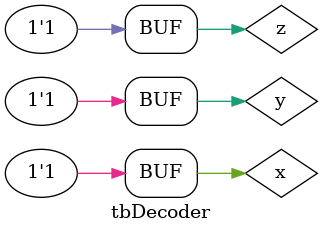
<source format=v>
module tbDecoder;
	reg x,y,z;
	wire [7:0]D;
	
	dec83 d(D,x,y,z);
	
	initial 
	begin
		$display("x   y   z   |   D7   D6   D5   D4   D3   D2   D1   D0");
		$monitor("%b   %b   %b   |   %b    %b    %b    %b    %b    %b    %b    %b",x,y,z,D[7],D[6],D[5],D[4],D[3],D[2],D[1],D[0]);
		
	#0	z=0;y=0;x=0;
	#5	z=0;y=0;x=1;	
	#5	z=0;y=1;x=0;
	#5	z=0;y=1;x=1;
	#5	z=1;y=0;x=0;
	#5	z=1;y=0;x=1;
	#5	z=1;y=1;x=0;
	#5	z=1;y=1;x=1;

	end
	
endmodule
</source>
